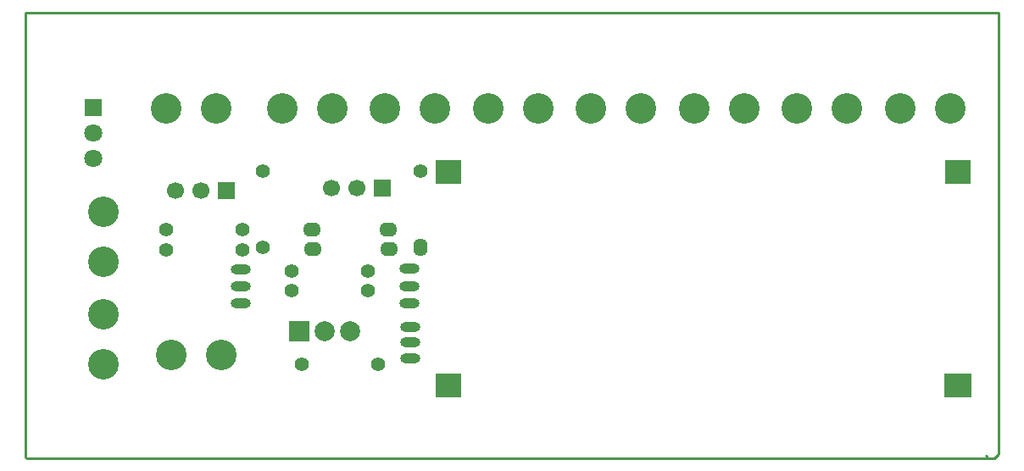
<source format=gtl>
G04*
G04 #@! TF.GenerationSoftware,Altium Limited,Altium Designer,19.0.15 (446)*
G04*
G04 Layer_Physical_Order=1*
G04 Layer_Color=255*
%FSLAX44Y44*%
%MOMM*%
G71*
G01*
G75*
%ADD12C,0.2540*%
%ADD32R,2.5400X2.3368*%
%ADD33R,2.6924X2.3368*%
%ADD34C,3.0480*%
%ADD35C,1.4000*%
%ADD36C,2.0000*%
%ADD37R,2.0000X2.0000*%
%ADD38O,2.0000X1.0000*%
%ADD39O,2.0000X1.0000*%
%ADD40C,1.8000*%
%ADD41R,1.8000X1.8000*%
%ADD42O,1.8000X1.4000*%
%ADD43O,1.4000X1.8000*%
%ADD44C,1.7000*%
%ADD45R,1.7000X1.7000*%
D12*
X956564Y723900D02*
X1927860D01*
X1928114Y723646D01*
Y282194D02*
Y723646D01*
X1924050Y278130D02*
X1928114Y282194D01*
X957834Y278130D02*
X1924050D01*
X956564Y279400D02*
X957834Y278130D01*
X956564Y279400D02*
Y723900D01*
X1915414Y280924D02*
X1916938Y279400D01*
D32*
X1887982Y564896D02*
D03*
X1378458Y351282D02*
D03*
Y564896D02*
D03*
D33*
X1887982Y351282D02*
D03*
D34*
X1365504Y627888D02*
D03*
X1315504D02*
D03*
X1262634D02*
D03*
X1212634D02*
D03*
X1146810D02*
D03*
X1096810D02*
D03*
X1034034Y422002D02*
D03*
Y372002D02*
D03*
X1034288Y475126D02*
D03*
Y525126D02*
D03*
X1152106Y381508D02*
D03*
X1102106D02*
D03*
X1521244Y627888D02*
D03*
X1571244D02*
D03*
X1623968Y627634D02*
D03*
X1673968D02*
D03*
X1726838Y627888D02*
D03*
X1776838D02*
D03*
X1829708Y628142D02*
D03*
X1879708D02*
D03*
X1418482Y627888D02*
D03*
X1468482D02*
D03*
D35*
X1221994Y446024D02*
D03*
X1298194D02*
D03*
X1221994Y465836D02*
D03*
X1298194D02*
D03*
X1308608Y372364D02*
D03*
X1232408D02*
D03*
X1350518Y565404D02*
D03*
X1096518Y507238D02*
D03*
X1172718D02*
D03*
X1193546Y565658D02*
D03*
Y489458D02*
D03*
X1172718Y486918D02*
D03*
X1096518D02*
D03*
D36*
X1280414Y405384D02*
D03*
X1255014D02*
D03*
D37*
X1229614D02*
D03*
D38*
X1340866Y410000D02*
D03*
Y378000D02*
D03*
X1339596Y468000D02*
D03*
Y433000D02*
D03*
X1171702Y467000D02*
D03*
Y433000D02*
D03*
D39*
X1340866Y393954D02*
D03*
X1339596Y450342D02*
D03*
X1171702Y450126D02*
D03*
D40*
X1024128Y603758D02*
D03*
Y578358D02*
D03*
D41*
Y629158D02*
D03*
D42*
X1242822Y507238D02*
D03*
X1319022D02*
D03*
X1319276Y487172D02*
D03*
X1243076D02*
D03*
D43*
X1350518Y489204D02*
D03*
D44*
X1261872Y548640D02*
D03*
X1287272D02*
D03*
X1106424Y546100D02*
D03*
X1131824D02*
D03*
D45*
X1312672Y548640D02*
D03*
X1157224Y546100D02*
D03*
M02*

</source>
